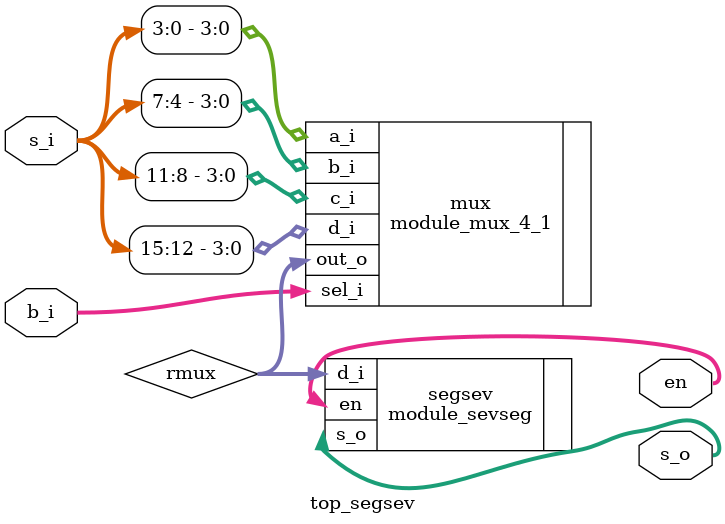
<source format=sv>
`timescale 1ns / 1ps


module top_segsev(
    input logic  [15:0] s_i,
    input logic  [1:0]  b_i,
    output logic [6:0]  s_o,
    output logic [7:0]  en 
    );

    localparam       N     = 4;
    logic      [3:0] rmux;                   //Salida del multiplexor
     
    module_mux_4_1 #(.BUS_WIDTH(N)) mux (    
        .a_i        (s_i[3:0]),    
        .b_i        (s_i[7:4]),
        .c_i        (s_i[11:8]),
        .d_i        (s_i[15:12]),
        .sel_i      (b_i),
        .out_o      (rmux)
    );
    
    module_sevseg segsev(
        .d_i        (rmux),
        .s_o        (s_o),
        .en         (en)
    );
    
endmodule

</source>
